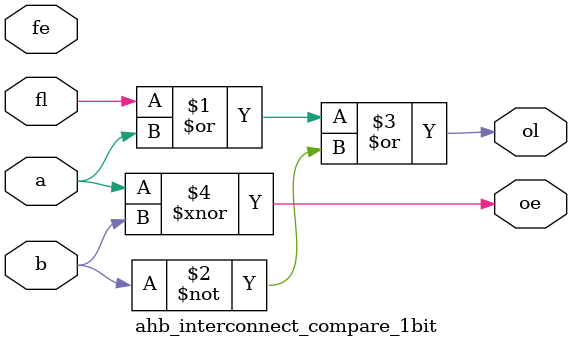
<source format=sv>
module ahb_interconnect_compare_1bit (
    output logic    ol,
    output logic    oe,
    input           fl, //flag larger
    input           fe, //flag equal
    input           a,
    input           b
);
    ////////////////////////////////////////////////////////////////////////////
    //design description
    ////////////////////////////////////////////////////////////////////////////
    assign ol = fl | a | ~b;
    assign oe = a ~^ b;
endmodule
</source>
